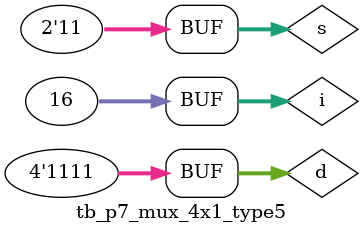
<source format=v>
module tb_p7_mux_4x1_type1();
reg [3:0]d;
reg [1:0]s;
wire out;
integer i;
p7_mux_4x1_type1 uut (out,s,d);
initial 
	begin
		$monitor("S=%b, D=%b, out=%b, time=%t\n",s,d,out,$time);
		for(i=0;i<=15;i=i+1) 
		begin
			d = i;
			s = 0;  
			#10;
		        s = 1;  
		        #10;
		        s = 2;  
		        #10;
		        s = 3;  
		        #10;
		end
	end 

endmodule 

// Type 2
module tb_p7_mux_4x1_type2();
reg [3:0]d;
reg [1:0]s;
wire out;
integer i;
p7_mux_4x1_type2 uut (out,s,d);
initial 
	begin
		$monitor("S=%b, D=%b, out=%b, time=%t\n",s,d,out,$time);
		for(i=0;i<=15;i=i+1) 
		begin
			d = i;
			s = 0;  
			#10;
		        s = 1;  
		        #10;
		        s = 2;  
		        #10;
		        s = 3;  
		        #10;
		end
	end 

endmodule 

// Type 3
module tb_p7_mux_4x1_type3();
reg [3:0]d;
reg [1:0]s;
wire out;
integer i;
p7_mux_4x1_type3 uut (out,s,d);
initial 
	begin
		$monitor("S=%b, D=%b, out=%b, time=%t\n",s,d,out,$time);
		for(i=0;i<=15;i=i+1) 
		begin
			d = i;
			s = 0;  
			#10;
		        s = 1;  
		        #10;
		        s = 2;  
		        #10;
		        s = 3;  
		        #10;
		end
	end 

endmodule 

// Type 4
module tb_p7_mux_4x1_type4();
reg [3:0]d;
reg [1:0]s;
wire out;
integer i;
p7_mux_4x1_type4 uut (out,s,d);
initial 
	begin
		$monitor("S=%b, D=%b, out=%b, time=%t\n",s,d,out,$time);
		for(i=0;i<=15;i=i+1) 
		begin
			d = i;
			s = 0;  
			#10;
		        s = 1;  
		        #10;
		        s = 2;  
		        #10;
		        s = 3;  
		        #10;
		end
	end 

endmodule 

// Type 5
module tb_p7_mux_4x1_type5();
reg [3:0]d;
reg [1:0]s;
wire out;
integer i;
p7_mux_4x1_type5 uut (out,s,d);
initial 
	begin
		$monitor("S=%b, D=%b, out=%b, time=%t\n",s,d,out,$time);
		for(i=0;i<=15;i=i+1) 
		begin
			d = i;
			s = 0;  
			#10;
		        s = 1;  
		        #10;
		        s = 2;  
		        #10;
		        s = 3;  
		        #10;
		end
	end 

endmodule 

</source>
